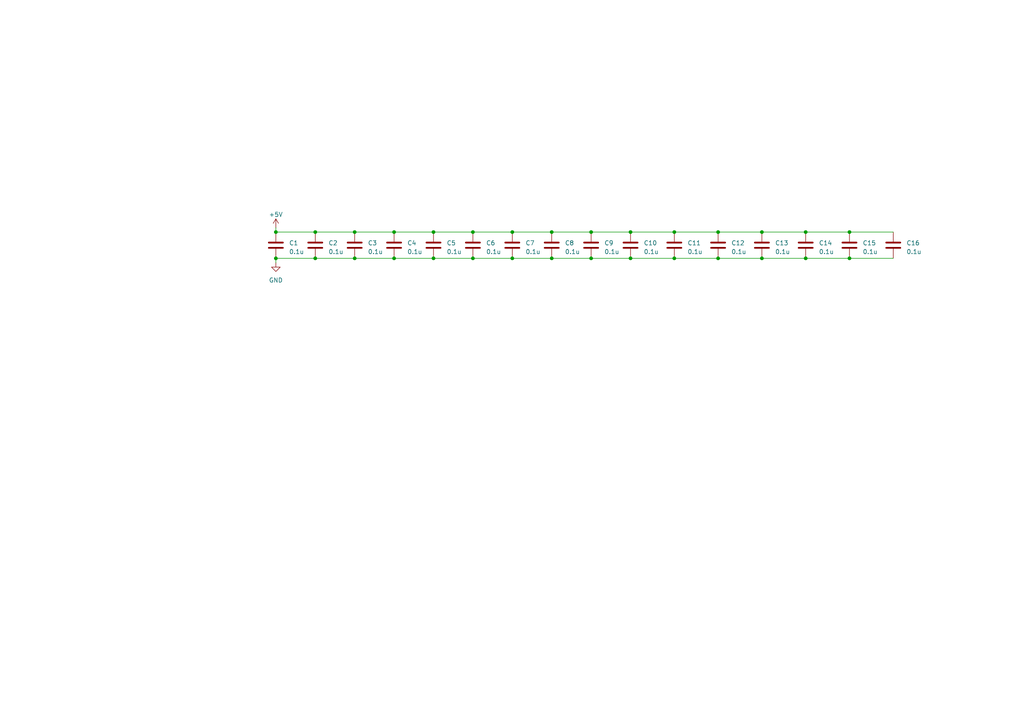
<source format=kicad_sch>
(kicad_sch (version 20230121) (generator eeschema)
  (paper "A4")
  (lib_symbols
    (symbol "Device:C" (pin_numbers hide) (pin_names (offset 0.254))
      (property "Reference" "C" (at 0.635 2.54 0))
      (property "Value" "C" (at 0.635 -2.54 0))
      (symbol "C_0_1"
        (polyline (pts (xy -2.032 -0.762) (xy 2.032 -0.762)) (stroke (width 0.508)))
        (polyline (pts (xy -2.032 0.762) (xy 2.032 0.762)) (stroke (width 0.508)))
      )
      (symbol "C_1_1"
        (pin passive line (at 0 3.81 270) (length 2.794) (name "~") (number "1"))
        (pin passive line (at 0 -3.81 90) (length 2.794) (name "~") (number "2"))
      )
    )
    (symbol "power:+5V" (power) (pin_names (offset 0))
      (property "Value" "+5V" (at 0 3.556 0))
      (symbol "+5V_0_1"
        (polyline (pts (xy -0.762 1.27) (xy 0 2.54)))
        (polyline (pts (xy 0 0) (xy 0 2.54)))
        (polyline (pts (xy 0 2.54) (xy 0.762 1.27)))
      )
      (symbol "+5V_1_1"
        (pin power_in line (at 0 0 90) (length 0) hide (name "+5V") (number "1"))
      )
    )
    (symbol "power:GND" (power) (pin_names (offset 0))
      (property "Value" "GND" (at 0 -3.81 0))
      (symbol "GND_0_1"
        (polyline (pts (xy 0 0) (xy 0 -1.27) (xy 1.27 -1.27) (xy 0 -2.54) (xy -1.27 -1.27) (xy 0 -1.27)))
      )
      (symbol "GND_1_1"
        (pin power_in line (at 0 0 270) (length 0) hide (name "GND") (number "1"))
      )
    )
  )
  (junction (at 171.45 67.31))
  (junction (at 208.28 67.31))
  (junction (at 80.01 74.93))
  (junction (at 246.38 74.93))
  (junction (at 208.28 74.93))
  (junction (at 246.38 67.31))
  (junction (at 114.3 74.93))
  (junction (at 220.98 67.31))
  (junction (at 91.44 67.31))
  (junction (at 160.02 74.93))
  (junction (at 148.59 67.31))
  (junction (at 80.01 67.31))
  (junction (at 91.44 74.93))
  (junction (at 233.68 67.31))
  (junction (at 182.88 74.93))
  (junction (at 171.45 74.93))
  (junction (at 137.16 67.31))
  (junction (at 233.68 74.93))
  (junction (at 220.98 74.93))
  (junction (at 195.58 67.31))
  (junction (at 160.02 67.31))
  (junction (at 102.87 74.93))
  (junction (at 148.59 74.93))
  (junction (at 137.16 74.93))
  (junction (at 195.58 74.93))
  (junction (at 114.3 67.31))
  (junction (at 125.73 67.31))
  (junction (at 182.88 67.31))
  (junction (at 102.87 67.31))
  (junction (at 125.73 74.93))
  (wire (pts (xy 114.3 67.31) (xy 125.73 67.31)))
  (wire (pts (xy 233.68 67.31) (xy 246.38 67.31)))
  (wire (pts (xy 80.01 74.93) (xy 91.44 74.93)))
  (wire (pts (xy 80.01 66.04) (xy 80.01 67.31)))
  (wire (pts (xy 220.98 67.31) (xy 233.68 67.31)))
  (wire (pts (xy 246.38 67.31) (xy 259.08 67.31)))
  (wire (pts (xy 148.59 67.31) (xy 160.02 67.31)))
  (wire (pts (xy 208.28 67.31) (xy 220.98 67.31)))
  (wire (pts (xy 195.58 67.31) (xy 208.28 67.31)))
  (wire (pts (xy 233.68 74.93) (xy 246.38 74.93)))
  (wire (pts (xy 80.01 67.31) (xy 91.44 67.31)))
  (wire (pts (xy 171.45 67.31) (xy 182.88 67.31)))
  (wire (pts (xy 171.45 74.93) (xy 182.88 74.93)))
  (wire (pts (xy 208.28 74.93) (xy 220.98 74.93)))
  (wire (pts (xy 125.73 67.31) (xy 137.16 67.31)))
  (wire (pts (xy 182.88 67.31) (xy 195.58 67.31)))
  (wire (pts (xy 125.73 74.93) (xy 137.16 74.93)))
  (wire (pts (xy 102.87 67.31) (xy 114.3 67.31)))
  (wire (pts (xy 160.02 74.93) (xy 171.45 74.93)))
  (wire (pts (xy 137.16 67.31) (xy 148.59 67.31)))
  (wire (pts (xy 137.16 74.93) (xy 148.59 74.93)))
  (wire (pts (xy 91.44 74.93) (xy 102.87 74.93)))
  (wire (pts (xy 102.87 74.93) (xy 114.3 74.93)))
  (wire (pts (xy 195.58 74.93) (xy 208.28 74.93)))
  (wire (pts (xy 148.59 74.93) (xy 160.02 74.93)))
  (wire (pts (xy 182.88 74.93) (xy 195.58 74.93)))
  (wire (pts (xy 246.38 74.93) (xy 259.08 74.93)))
  (wire (pts (xy 160.02 67.31) (xy 171.45 67.31)))
  (wire (pts (xy 114.3 74.93) (xy 125.73 74.93)))
  (wire (pts (xy 80.01 76.2) (xy 80.01 74.93)))
  (wire (pts (xy 220.98 74.93) (xy 233.68 74.93)))
  (wire (pts (xy 91.44 67.31) (xy 102.87 67.31)))
  (symbol (lib_id "Device:C") (at 171.45 71.12 0) (unit 1)
    (property "Reference" "C9" (at 175.26 70.485 0) (effects (justify left)))
    (property "Value" "0.1u" (at 175.26 73.025 0) (effects (justify left)))
    (property "Footprint" "Capacitor_SMD:C_0603_1608Metric" (effects hide))
  )
  (symbol (lib_id "power:GND") (at 80.01 76.2 0) (unit 1)
    (property "Reference" "#PWR075" (effects hide))
    (property "Value" "GND" (at 80.01 81.28 0))
  )
  (symbol (lib_id "Device:C") (at 148.59 71.12 0) (unit 1)
    (property "Reference" "C7" (at 152.4 70.485 0) (effects (justify left)))
    (property "Value" "0.1u" (at 152.4 73.025 0) (effects (justify left)))
    (property "Footprint" "Capacitor_SMD:C_0603_1608Metric" (effects hide))
  )
  (symbol (lib_id "power:+5V") (at 80.01 66.04 0) (unit 1)
    (property "Reference" "#PWR074" (effects hide))
    (property "Value" "+5V" (at 80.01 62.23 0))
  )
  (symbol (lib_id "Device:C") (at 246.38 71.12 0) (unit 1)
    (property "Reference" "C15" (at 250.19 70.485 0) (effects (justify left)))
    (property "Value" "0.1u" (at 250.19 73.025 0) (effects (justify left)))
    (property "Footprint" "Capacitor_SMD:C_0603_1608Metric" (effects hide))
  )
  (symbol (lib_id "Device:C") (at 102.87 71.12 0) (unit 1)
    (property "Reference" "C3" (at 106.68 70.485 0) (effects (justify left)))
    (property "Value" "0.1u" (at 106.68 73.025 0) (effects (justify left)))
    (property "Footprint" "Capacitor_SMD:C_0603_1608Metric" (effects hide))
  )
  (symbol (lib_id "Device:C") (at 208.28 71.12 0) (unit 1)
    (property "Reference" "C12" (at 212.09 70.485 0) (effects (justify left)))
    (property "Value" "0.1u" (at 212.09 73.025 0) (effects (justify left)))
    (property "Footprint" "Capacitor_SMD:C_0603_1608Metric" (effects hide))
  )
  (symbol (lib_id "Device:C") (at 114.3 71.12 0) (unit 1)
    (property "Reference" "C4" (at 118.11 70.485 0) (effects (justify left)))
    (property "Value" "0.1u" (at 118.11 73.025 0) (effects (justify left)))
    (property "Footprint" "Capacitor_SMD:C_0603_1608Metric" (effects hide))
  )
  (symbol (lib_id "Device:C") (at 160.02 71.12 0) (unit 1)
    (property "Reference" "C8" (at 163.83 70.485 0) (effects (justify left)))
    (property "Value" "0.1u" (at 163.83 73.025 0) (effects (justify left)))
    (property "Footprint" "Capacitor_SMD:C_0603_1608Metric" (effects hide))
  )
  (symbol (lib_id "Device:C") (at 195.58 71.12 0) (unit 1)
    (property "Reference" "C11" (at 199.39 70.485 0) (effects (justify left)))
    (property "Value" "0.1u" (at 199.39 73.025 0) (effects (justify left)))
    (property "Footprint" "Capacitor_SMD:C_0603_1608Metric" (effects hide))
  )
  (symbol (lib_id "Device:C") (at 125.73 71.12 0) (unit 1)
    (property "Reference" "C5" (at 129.54 70.485 0) (effects (justify left)))
    (property "Value" "0.1u" (at 129.54 73.025 0) (effects (justify left)))
    (property "Footprint" "Capacitor_SMD:C_0603_1608Metric" (effects hide))
  )
  (symbol (lib_id "Device:C") (at 182.88 71.12 0) (unit 1)
    (property "Reference" "C10" (at 186.69 70.485 0) (effects (justify left)))
    (property "Value" "0.1u" (at 186.69 73.025 0) (effects (justify left)))
    (property "Footprint" "Capacitor_SMD:C_0603_1608Metric" (effects hide))
  )
  (symbol (lib_id "Device:C") (at 137.16 71.12 0) (unit 1)
    (property "Reference" "C6" (at 140.97 70.485 0) (effects (justify left)))
    (property "Value" "0.1u" (at 140.97 73.025 0) (effects (justify left)))
    (property "Footprint" "Capacitor_SMD:C_0603_1608Metric" (effects hide))
  )
  (symbol (lib_id "Device:C") (at 220.98 71.12 0) (unit 1)
    (property "Reference" "C13" (at 224.79 70.485 0) (effects (justify left)))
    (property "Value" "0.1u" (at 224.79 73.025 0) (effects (justify left)))
    (property "Footprint" "Capacitor_SMD:C_0603_1608Metric" (effects hide))
  )
  (symbol (lib_id "Device:C") (at 259.08 71.12 0) (unit 1)
    (property "Reference" "C16" (at 262.89 70.485 0) (effects (justify left)))
    (property "Value" "0.1u" (at 262.89 73.025 0) (effects (justify left)))
    (property "Footprint" "Capacitor_SMD:C_0603_1608Metric" (effects hide))
  )
  (symbol (lib_id "Device:C") (at 91.44 71.12 0) (unit 1)
    (property "Reference" "C2" (at 95.25 70.485 0) (effects (justify left)))
    (property "Value" "0.1u" (at 95.25 73.025 0) (effects (justify left)))
    (property "Footprint" "Capacitor_SMD:C_0603_1608Metric" (effects hide))
  )
  (symbol (lib_id "Device:C") (at 80.01 71.12 0) (unit 1)
    (property "Reference" "C1" (at 83.82 70.485 0) (effects (justify left)))
    (property "Value" "0.1u" (at 83.82 73.025 0) (effects (justify left)))
    (property "Footprint" "Capacitor_SMD:C_0603_1608Metric" (effects hide))
  )
  (symbol (lib_id "Device:C") (at 233.68 71.12 0) (unit 1)
    (property "Reference" "C14" (at 237.49 70.485 0) (effects (justify left)))
    (property "Value" "0.1u" (at 237.49 73.025 0) (effects (justify left)))
    (property "Footprint" "Capacitor_SMD:C_0603_1608Metric" (effects hide))
  )
)
</source>
